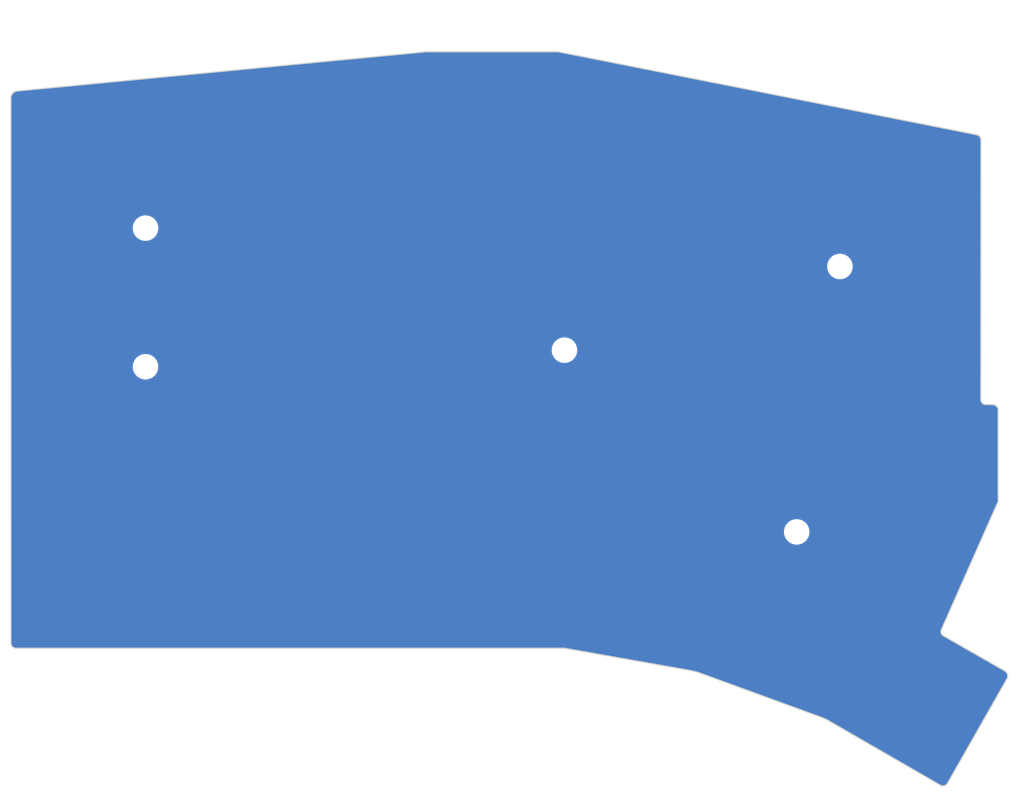
<source format=kicad_pcb>
(kicad_pcb (version 20240108) (generator "pcbnew") (generator_version "8.0")
  (title_block (title "Pinky3 PCB Design") (date "2018-12-23") (rev "0.3") (company "@tamanishi"))
  (layers (0 "F.Cu" signal) (31 "B.Cu" signal) (34 "B.Paste" user) (35 "F.Paste" user) (36 "B.SilkS" user "B.Silkscreen") (37 "F.SilkS" user "F.Silkscreen") (38 "B.Mask" user) (39 "F.Mask" user) (44 "Edge.Cuts" user))
  (net 0 "")
  (net 1 "GND")
  (footprint "PCM_SparkFun-Hardware:Standoff_Reflow-M2.0" (layer "F.Cu") (at 59.5 78.55)
    (property "Reference" "Ref**" (hide yes))
    (property "Value" "Val**" (hide yes))
    (pad "" np_thru_hole circle (at 0 0) (size 3 3) (drill 3) (layers "*.Cu" "*.Mask"))
  )
  (footprint "PCM_SparkFun-Hardware:Standoff_Reflow-M2.0" (layer "F.Cu") (at 59.5 97.6)
    (property "Reference" "Ref**" (hide yes))
    (property "Value" "Val**" (hide yes))
    (pad "" np_thru_hole circle (at 0 0) (size 3 3) (drill 3) (layers "*.Cu" "*.Mask"))
  )
  (footprint "PCM_SparkFun-Hardware:Standoff_Reflow-M2.0" (layer "F.Cu") (at 117.077615 95.32352)
    (property "Reference" "Ref**" (hide yes))
    (property "Value" "Val**" (hide yes))
    (pad "" np_thru_hole circle (at 0 0) (size 3 3) (drill 3) (layers "*.Cu" "*.Mask"))
  )
  (footprint "PCM_SparkFun-Hardware:Standoff_Reflow-M2.0" (layer "F.Cu") (at 154.94 83.82)
    (property "Reference" "Ref**" (hide yes))
    (property "Value" "Val**" (hide yes))
    (pad "" np_thru_hole circle (at 0 0) (size 3 3) (drill 3) (layers "*.Cu" "*.Mask"))
  )
  (footprint "PCM_SparkFun-Hardware:Standoff_Reflow-M2.0" (layer "F.Cu") (at 149 120.3)
    (property "Reference" "Ref**" (hide yes))
    (property "Value" "Val**" (hide yes))
    (pad "" np_thru_hole circle (at 0 0) (size 3 3) (drill 3) (layers "*.Cu" "*.Mask"))
  )
  (gr_arc (start 175.9 102.8) (mid 176.465685 103.034315) (end 176.7 103.6) (stroke (width 0.15)) (layer "Edge.Cuts"))
  (gr_arc (start 175.013952 102.795513) (mid 174.518977 102.590488) (end 174.313952 102.095513) (stroke (width 0.15)) (layer "Edge.Cuts"))
  (gr_line (start 176.7 103.6) (end 176.7 116.1) (stroke (width 0.15)) (layer "Edge.Cuts"))
  (gr_line (start 41 135.6) (end 40.994153 60.531857) (stroke (width 0.15)) (layer "Edge.Cuts"))
  (gr_line (start 134.6 139.4) (end 135.4 139.6) (stroke (width 0.15)) (layer "Edge.Cuts"))
  (gr_line (start 174.332005 66.387365) (end 174.313952 102.095513) (stroke (width 0.15)) (layer "Edge.Cuts"))
  (gr_line (start 135.4 139.6) (end 152.4 145.8) (stroke (width 0.15)) (layer "Edge.Cuts"))
  (gr_line (start 116.1 136.3) (end 117.1 136.3) (stroke (width 0.15)) (layer "Edge.Cuts"))
  (gr_line (start 116.2 54.3) (end 173.632704 65.687453) (stroke (width 0.15)) (layer "Edge.Cuts"))
  (gr_line (start 168.9 133.7) (end 176.7 116.1) (stroke (width 0.15)) (layer "Edge.Cuts"))
  (gr_line (start 175.013952 102.795513) (end 175.9 102.8) (stroke (width 0.15)) (layer "Edge.Cuts"))
  (gr_line (start 177.9 140.5) (end 169.7 154.9) (stroke (width 0.15)) (layer "Edge.Cuts"))
  (gr_arc (start 169.2 134.6) (mid 168.863604 134.212132) (end 168.9 133.7) (stroke (width 0.15)) (layer "Edge.Cuts"))
  (gr_line (start 153.1 146.1) (end 168.7 155.1) (stroke (width 0.15)) (layer "Edge.Cuts"))
  (gr_line (start 169.2 134.6) (end 177.6 139.4) (stroke (width 0.15)) (layer "Edge.Cuts"))
  (gr_arc (start 41.7 136.3) (mid 41.205025 136.094975) (end 41 135.6) (stroke (width 0.15)) (layer "Edge.Cuts"))
  (gr_line (start 98.1 54.3) (end 116.2 54.3) (stroke (width 0.15)) (layer "Edge.Cuts"))
  (gr_line (start 116.1 136.3) (end 41.7 136.3) (stroke (width 0.15)) (layer "Edge.Cuts"))
  (gr_arc (start 169.7 154.9) (mid 169.241421 155.207107) (end 168.7 155.1) (stroke (width 0.15)) (layer "Edge.Cuts"))
  (gr_line (start 41.8 59.7) (end 98.1 54.3) (stroke (width 0.15)) (layer "Edge.Cuts"))
  (gr_line (start 152.4 145.8) (end 153.1 146.1) (stroke (width 0.15)) (layer "Edge.Cuts"))
  (gr_line (start 117.1 136.3) (end 134.6 139.4) (stroke (width 0.15)) (layer "Edge.Cuts"))
  (gr_arc (start 173.632704 65.687453) (mid 174.102342 65.917526) (end 174.332005 66.387365) (stroke (width 0.15)) (layer "Edge.Cuts"))
  (gr_arc (start 177.6 139.4) (mid 177.977817 139.887868) (end 177.9 140.5) (stroke (width 0.15)) (layer "Edge.Cuts"))
  (gr_arc (start 40.994153 60.531857) (mid 41.267529 59.990432) (end 41.8 59.7) (stroke (width 0.15)) (layer "Edge.Cuts"))
  (zone (net 1) (net_name "GND") (layer "B.Cu") (connect_pads (clearance 0.3)) (min_thickness 0.254) (fill yes (thermal_gap 0.508) (thermal_bridge_width 0.508))
    (polygon (pts (xy 39.5 59.1) (xy 39.5 137.1) (xy 117.1 137.1) (xy 136 140.3) (xy 152.9 146.7) (xy 169.6 156.2) (xy 179.2 139.5) (xy 169.6 134.1) (xy 177.5 116.3) (xy 177.5 102) (xy 175.26 102) (xy 175.26 64.7) (xy 116.3 53) (xy 98 53)))
  )
)
</source>
